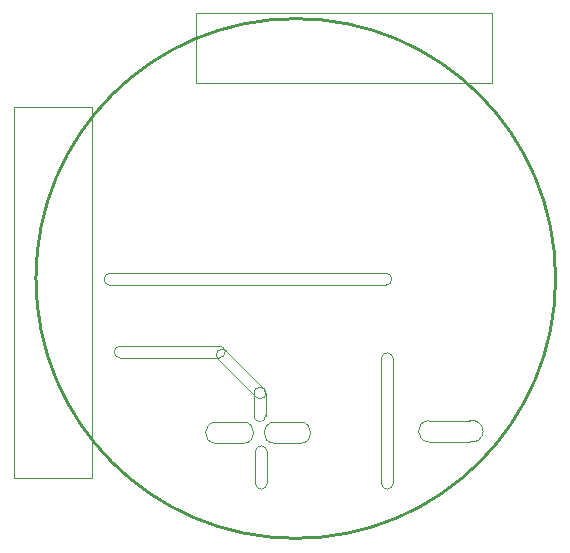
<source format=gko>
G04 Layer: BoardOutlineLayer*
G04 EasyEDA Pro v2.2.32.3, 2024-10-30 17:40:40*
G04 Gerber Generator version 0.3*
G04 Scale: 100 percent, Rotated: No, Reflected: No*
G04 Dimensions in millimeters*
G04 Leading zeros omitted, absolute positions, 3 integers and 5 decimals*
%FSLAX35Y35*%
%MOMM*%
%ADD10C,0.254*%
%ADD11C,0.0254*%
G75*


G04 PolygonModel Start*
G54D10*
G01X2200000Y0D02*
G03X-2200000Y0I-2200000J0D01*
G01X-2200000Y0D02*
G03X2200000Y0I2200000J0D01*
G54D11*
G01X1472108Y-1383645D02*
G01X1129208Y-1383647D01*
G02X1129208Y-1203648I0J90000D01*
G01X1472108Y-1203650D01*
G02X1472108Y-1383645I21728J-89997D01*
G01X37008Y-1396347D02*
G01X-178892Y-1396345D01*
G02X-178892Y-1216350I676J89997D01*
G01X37008Y-1216348D01*
G02X37008Y-1396347I0J-90000D01*
G01X-445595Y-1396347D02*
G01X-674192Y-1396347D01*
G02X-674192Y-1216348I0J90000D01*
G01X-445595Y-1216348D01*
G02X-445595Y-1396347I0J-90000D01*

G04 Rect Start*
G01X-840527Y1651000D02*
G01X-840527Y2247900D01*
G01X1663700Y2247900D01*
G01X1663700Y1651000D01*
G01X-840527Y1651000D01*
G01X-2387600Y-1689100D02*
G01X-2387600Y1447800D01*
G01X-1721500Y1447800D01*
G01X-1721500Y-1689100D01*
G01X-2387600Y-1689100D01*
G01X-1536700Y-621500D02*
G02X-1486700Y-571500I50000J0D01*
G01X-646900Y-571500D01*
G02X-596900Y-621500I0J-50000D01*
G02X-646900Y-671500I-50000J0D01*
G01X-1486700Y-671500D01*
G02X-1536700Y-621500I0J50000D01*
G01X-292100Y-1784350D02*
G02X-342100Y-1734350I0J50000D01*
G01X-342100Y-1466050D01*
G02X-292100Y-1416050I50000J0D01*
G02X-242100Y-1466050I0J-50000D01*
G01X-242100Y-1734350D01*
G02X-292100Y-1784350I-50000J0D01*
G01X-304800Y-1212850D02*
G02X-354800Y-1162850I0J50000D01*
G01X-354800Y-970750D01*
G02X-304800Y-920750I50000J0D01*
G02X-254800Y-970750I0J-50000D01*
G01X-254800Y-1162850D01*
G02X-304800Y-1212850I-50000J0D01*
G01X-265656Y-1005168D02*
G02X-336367Y-1005168I-35355J35355D01*
G01X-659434Y-682102D01*
G02X-659434Y-611391I35355J35355D01*
G02X-588723Y-611391I35355J-35355D01*
G01X-265656Y-934458D01*
G02X-265656Y-1005168I-35355J-35355D01*
G01X-1624153Y-6350D02*
G02X-1574153Y43650I50000J0D01*
G01X764247Y43650D01*
G02X814247Y-6350I0J-50000D01*
G02X764247Y-56350I-50000J0D01*
G01X-1574153Y-56350D01*
G02X-1624153Y-6350I0J50000D01*
G01X774700Y-1784350D02*
G02X724700Y-1734350I0J50000D01*
G01X724700Y-678650D01*
G02X774700Y-628650I50000J0D01*
G02X824700Y-678650I0J-50000D01*
G01X824700Y-1734350D01*
G02X774700Y-1784350I-50000J0D01*
G04 Rect End*

M02*


</source>
